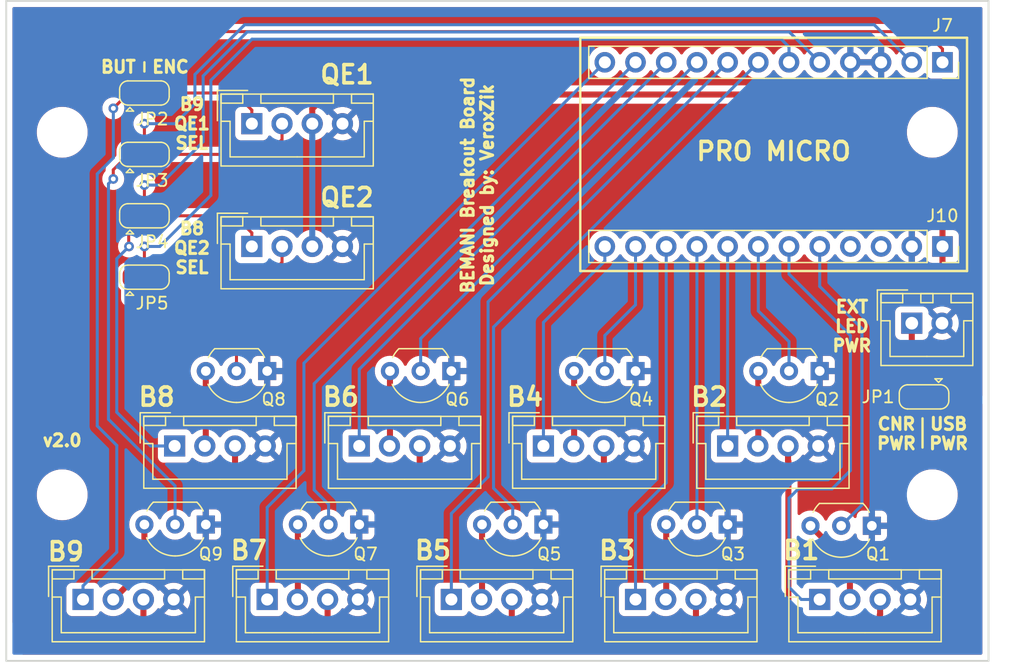
<source format=kicad_pcb>
(kicad_pcb (version 20211014) (generator pcbnew)
  (layers (0 "F.Cu" signal) (31 "B.Cu" signal) (34 "B.Paste" user) (35 "F.Paste" user) (36 "B.SilkS" user "B.Silkscreen") (37 "F.SilkS" user "F.Silkscreen") (38 "B.Mask" user) (39 "F.Mask" user) (44 "Edge.Cuts" user))
  (net 0 "")
  (net 1 "GND")
  (net 2 "/B7LED")
  (net 3 "/B6LED")
  (net 4 "/B5LED")
  (net 5 "/B4LED")
  (net 6 "/B3LED")
  (net 7 "/B2LED")
  (net 8 "/B1LED")
  (net 9 "/B9LED")
  (net 10 "/B8LED")
  (net 11 "/QE1B")
  (net 12 "/PIN0")
  (net 13 "/PIN1")
  (net 14 "/QE1A")
  (net 15 "/B8")
  (net 16 "VBUS")
  (net 17 "+12V")
  (net 18 "/LED+")
  (net 19 "/B4")
  (net 20 "+5V")
  (net 21 "/B9")
  (net 22 "/B7")
  (net 23 "/B6")
  (net 24 "/B3")
  (net 25 "/B2")
  (net 26 "/B1")
  (net 27 "/QE2A")
  (net 28 "/QE2B")
  (net 29 "/B5")
  (net 31 "/PIN3")
  (net 32 "/PIN2")
  (net 33 "Net-(J11-Pad2)")
  (net 34 "Net-(J9-Pad2)")
  (net 35 "Net-(J8-Pad2)")
  (net 36 "Net-(J6-Pad2)")
  (net 37 "Net-(J5-Pad2)")
  (net 38 "Net-(J4-Pad2)")
  (net 39 "Net-(J3-Pad2)")
  (net 40 "Net-(J14-Pad2)")
  (net 41 "Net-(J12-Pad2)")
  (footprint "Jumper:SolderJumper-3_P1.3mm_Open_RoundedPad1.0x1.5mm" (layer "F.Cu") (at 114.3 100.33)
    (fp_text reference "JP3" (at 0.635 2.159) (layer "F.SilkS"))
    (fp_text value "SolderJumper_3_Open")
    (pad "1" smd custom locked (at -1.3 0) (size 1 0.5) (layers "F.Cu" "F.Mask") (net 9 "/B9LED") (options (clearance outline) (anchor rect)) (primitives (gr_circle (center 0 0.25) (end 0.5 0.25) (width 0) (fill yes)) (gr_circle (center 0 -0.25) (end 0.5 -0.25) (width 0) (fill yes)) (gr_poly (pts (xy 0.55 -0.75) (xy 0 -0.75) (xy 0 0.75) (xy 0.55 0.75)) (width 0) (fill yes))))
    (pad "2" smd rect locked (at 0 0) (size 1 1.5) (layers "F.Cu" "F.Mask") (net 12 "/PIN0"))
    (pad "3" smd custom locked (at 1.3 0) (size 1 0.5) (layers "F.Cu" "F.Mask") (net 11 "/QE1B") (options (clearance outline) (anchor rect)) (primitives (gr_circle (center 0 0.25) (end 0.5 0.25) (width 0) (fill yes)) (gr_circle (center 0 -0.25) (end 0.5 -0.25) (width 0) (fill yes)) (gr_poly (pts (xy -0.55 -0.75) (xy 0 -0.75) (xy 0 0.75) (xy -0.55 0.75)) (width 0) (fill yes))))
  )
  (footprint "Jumper:SolderJumper-3_P1.3mm_Open_RoundedPad1.0x1.5mm" (layer "F.Cu") (at 114.3 105.41)
    (fp_text reference "JP4" (at 0.635 2.159) (layer "F.SilkS"))
    (fp_text value "SolderJumper_3_Open")
    (pad "1" smd custom locked (at -1.3 0) (size 1 0.5) (layers "F.Cu" "F.Mask") (net 15 "/B8") (options (clearance outline) (anchor rect)) (primitives (gr_circle (center 0 0.25) (end 0.5 0.25) (width 0) (fill yes)) (gr_circle (center 0 -0.25) (end 0.5 -0.25) (width 0) (fill yes)) (gr_poly (pts (xy 0.55 -0.75) (xy 0 -0.75) (xy 0 0.75) (xy 0.55 0.75)) (width 0) (fill yes))))
    (pad "2" smd rect locked (at 0 0) (size 1 1.5) (layers "F.Cu" "F.Mask") (net 32 "/PIN2"))
    (pad "3" smd custom locked (at 1.3 0) (size 1 0.5) (layers "F.Cu" "F.Mask") (net 27 "/QE2A") (options (clearance outline) (anchor rect)) (primitives (gr_circle (center 0 0.25) (end 0.5 0.25) (width 0) (fill yes)) (gr_circle (center 0 -0.25) (end 0.5 -0.25) (width 0) (fill yes)) (gr_poly (pts (xy -0.55 -0.75) (xy 0 -0.75) (xy 0 0.75) (xy -0.55 0.75)) (width 0) (fill yes))))
  )
  (footprint "Jumper:SolderJumper-3_P1.3mm_Open_RoundedPad1.0x1.5mm" (layer "F.Cu") (at 114.3 95.25)
    (fp_text reference "JP2" (at 0.635 2.159) (layer "F.SilkS"))
    (fp_text value "SolderJumper_3_Open")
    (pad "1" smd custom locked (at -1.3 0) (size 1 0.5) (layers "F.Cu" "F.Mask") (net 21 "/B9") (options (clearance outline) (anchor rect)) (primitives (gr_circle (center 0 0.25) (end 0.5 0.25) (width 0) (fill yes)) (gr_circle (center 0 -0.25) (end 0.5 -0.25) (width 0) (fill yes)) (gr_poly (pts (xy 0.55 -0.75) (xy 0 -0.75) (xy 0 0.75) (xy 0.55 0.75)) (width 0) (fill yes))))
    (pad "2" smd rect locked (at 0 0) (size 1 1.5) (layers "F.Cu" "F.Mask") (net 13 "/PIN1"))
    (pad "3" smd custom locked (at 1.3 0) (size 1 0.5) (layers "F.Cu" "F.Mask") (net 14 "/QE1A") (options (clearance outline) (anchor rect)) (primitives (gr_circle (center 0 0.25) (end 0.5 0.25) (width 0) (fill yes)) (gr_circle (center 0 -0.25) (end 0.5 -0.25) (width 0) (fill yes)) (gr_poly (pts (xy -0.55 -0.75) (xy 0 -0.75) (xy 0 0.75) (xy -0.55 0.75)) (width 0) (fill yes))))
  )
  (footprint "Jumper:SolderJumper-3_P1.3mm_Open_RoundedPad1.0x1.5mm" (layer "F.Cu") (at 114.3 110.49)
    (fp_text reference "JP5" (at 0.635 2.159) (layer "F.SilkS"))
    (fp_text value "SolderJumper_3_Open")
    (pad "1" smd custom locked (at -1.3 0) (size 1 0.5) (layers "F.Cu" "F.Mask") (net 10 "/B8LED") (options (clearance outline) (anchor rect)) (primitives (gr_circle (center 0 0.25) (end 0.5 0.25) (width 0) (fill yes)) (gr_circle (center 0 -0.25) (end 0.5 -0.25) (width 0) (fill yes)) (gr_poly (pts (xy 0.55 -0.75) (xy 0 -0.75) (xy 0 0.75) (xy 0.55 0.75)) (width 0) (fill yes))))
    (pad "2" smd rect locked (at 0 0) (size 1 1.5) (layers "F.Cu" "F.Mask") (net 31 "/PIN3"))
    (pad "3" smd custom locked (at 1.3 0) (size 1 0.5) (layers "F.Cu" "F.Mask") (net 28 "/QE2B") (options (clearance outline) (anchor rect)) (primitives (gr_circle (center 0 0.25) (end 0.5 0.25) (width 0) (fill yes)) (gr_circle (center 0 -0.25) (end 0.5 -0.25) (width 0) (fill yes)) (gr_poly (pts (xy -0.55 -0.75) (xy 0 -0.75) (xy 0 0.75) (xy -0.55 0.75)) (width 0) (fill yes))))
  )
  (footprint "Connectors_JST:JST_XH_B04B-XH-A_04x2.50mm_Straight" (layer "F.Cu") (at 147.32 124.46)
    (fp_text reference "J6" hide)
    (fp_text value "Conn_01x04")
    (pad "1" thru_hole rect locked (at 0 0) (size 1.75 1.75) (drill 1) (layers *.Cu *.Mask) (net 19 "/B4"))
    (pad "2" thru_hole circle locked (at 2.5 0) (size 1.75 1.75) (drill 1) (layers *.Cu *.Mask) (net 36 "Net-(J6-Pad2)"))
    (pad "3" thru_hole circle locked (at 5 0) (size 1.75 1.75) (drill 1) (layers *.Cu *.Mask) (net 18 "/LED+"))
    (pad "4" thru_hole circle locked (at 7.5 0) (size 1.75 1.75) (drill 1) (layers *.Cu *.Mask) (net 1 "GND"))
  )
  (footprint "Connectors_JST:JST_XH_B04B-XH-A_04x2.50mm_Straight" (layer "F.Cu") (at 123.19 97.79)
    (fp_text reference "J1" hide)
    (fp_text value "Conn_01x04")
    (pad "1" thru_hole rect locked (at 0 0) (size 1.75 1.75) (drill 1) (layers *.Cu *.Mask) (net 14 "/QE1A"))
    (pad "2" thru_hole circle locked (at 2.5 0) (size 1.75 1.75) (drill 1) (layers *.Cu *.Mask) (net 11 "/QE1B"))
    (pad "3" thru_hole circle locked (at 5 0) (size 1.75 1.75) (drill 1) (layers *.Cu *.Mask) (net 16 "VBUS"))
    (pad "4" thru_hole circle locked (at 7.5 0) (size 1.75 1.75) (drill 1) (layers *.Cu *.Mask) (net 1 "GND"))
  )
  (footprint "Connectors_JST:JST_XH_B04B-XH-A_04x2.50mm_Straight" (layer "F.Cu") (at 109.22 137.16)
    (fp_text reference "J14" hide)
    (fp_text value "Conn_01x04")
    (pad "1" thru_hole rect locked (at 0 0) (size 1.75 1.75) (drill 1) (layers *.Cu *.Mask) (net 21 "/B9"))
    (pad "2" thru_hole circle locked (at 2.5 0) (size 1.75 1.75) (drill 1) (layers *.Cu *.Mask) (net 40 "Net-(J14-Pad2)"))
    (pad "3" thru_hole circle locked (at 5 0) (size 1.75 1.75) (drill 1) (layers *.Cu *.Mask) (net 18 "/LED+"))
    (pad "4" thru_hole circle locked (at 7.5 0) (size 1.75 1.75) (drill 1) (layers *.Cu *.Mask) (net 1 "GND"))
  )
  (footprint "Connectors_JST:JST_XH_B04B-XH-A_04x2.50mm_Straight" (layer "F.Cu") (at 116.8 124.46)
    (fp_text reference "J12" hide)
    (fp_text value "Conn_01x04")
    (pad "1" thru_hole rect locked (at 0 0) (size 1.75 1.75) (drill 1) (layers *.Cu *.Mask) (net 15 "/B8"))
    (pad "2" thru_hole circle locked (at 2.5 0) (size 1.75 1.75) (drill 1) (layers *.Cu *.Mask) (net 41 "Net-(J12-Pad2)"))
    (pad "3" thru_hole circle locked (at 5 0) (size 1.75 1.75) (drill 1) (layers *.Cu *.Mask) (net 18 "/LED+"))
    (pad "4" thru_hole circle locked (at 7.5 0) (size 1.75 1.75) (drill 1) (layers *.Cu *.Mask) (net 1 "GND"))
  )
  (footprint "Connectors_JST:JST_XH_B04B-XH-A_04x2.50mm_Straight" (layer "F.Cu") (at 124.46 137.16)
    (fp_text reference "J11" hide)
    (fp_text value "Conn_01x04")
    (pad "1" thru_hole rect locked (at 0 0) (size 1.75 1.75) (drill 1) (layers *.Cu *.Mask) (net 22 "/B7"))
    (pad "2" thru_hole circle locked (at 2.5 0) (size 1.75 1.75) (drill 1) (layers *.Cu *.Mask) (net 33 "Net-(J11-Pad2)"))
    (pad "3" thru_hole circle locked (at 5 0) (size 1.75 1.75) (drill 1) (layers *.Cu *.Mask) (net 18 "/LED+"))
    (pad "4" thru_hole circle locked (at 7.5 0) (size 1.75 1.75) (drill 1) (layers *.Cu *.Mask) (net 1 "GND"))
  )
  (footprint "Connectors_JST:JST_XH_B04B-XH-A_04x2.50mm_Straight" (layer "F.Cu") (at 132.08 124.46)
    (fp_text reference "J9" hide)
    (fp_text value "Conn_01x04")
    (pad "1" thru_hole rect locked (at 0 0) (size 1.75 1.75) (drill 1) (layers *.Cu *.Mask) (net 23 "/B6"))
    (pad "2" thru_hole circle locked (at 2.5 0) (size 1.75 1.75) (drill 1) (layers *.Cu *.Mask) (net 34 "Net-(J9-Pad2)"))
    (pad "3" thru_hole circle locked (at 5 0) (size 1.75 1.75) (drill 1) (layers *.Cu *.Mask) (net 18 "/LED+"))
    (pad "4" thru_hole circle locked (at 7.5 0) (size 1.75 1.75) (drill 1) (layers *.Cu *.Mask) (net 1 "GND"))
  )
  (footprint "Connectors_JST:JST_XH_B04B-XH-A_04x2.50mm_Straight" (layer "F.Cu") (at 154.94 137.16)
    (fp_text reference "J5" hide)
    (fp_text value "Conn_01x04")
    (pad "1" thru_hole rect locked (at 0 0) (size 1.75 1.75) (drill 1) (layers *.Cu *.Mask) (net 24 "/B3"))
    (pad "2" thru_hole circle locked (at 2.5 0) (size 1.75 1.75) (drill 1) (layers *.Cu *.Mask) (net 37 "Net-(J5-Pad2)"))
    (pad "3" thru_hole circle locked (at 5 0) (size 1.75 1.75) (drill 1) (layers *.Cu *.Mask) (net 18 "/LED+"))
    (pad "4" thru_hole circle locked (at 7.5 0) (size 1.75 1.75) (drill 1) (layers *.Cu *.Mask) (net 1 "GND"))
  )
  (footprint "Connectors_JST:JST_XH_B04B-XH-A_04x2.50mm_Straight" (layer "F.Cu") (at 162.56 124.46)
    (fp_text reference "J4" hide)
    (fp_text value "Conn_01x04")
    (pad "1" thru_hole rect locked (at 0 0) (size 1.75 1.75) (drill 1) (layers *.Cu *.Mask) (net 25 "/B2"))
    (pad "2" thru_hole circle locked (at 2.5 0) (size 1.75 1.75) (drill 1) (layers *.Cu *.Mask) (net 38 "Net-(J4-Pad2)"))
    (pad "3" thru_hole circle locked (at 5 0) (size 1.75 1.75) (drill 1) (layers *.Cu *.Mask) (net 18 "/LED+"))
    (pad "4" thru_hole circle locked (at 7.5 0) (size 1.75 1.75) (drill 1) (layers *.Cu *.Mask) (net 1 "GND"))
  )
  (footprint "Connectors_JST:JST_XH_B04B-XH-A_04x2.50mm_Straight" (layer "F.Cu") (at 170.18 137.16)
    (fp_text reference "J3" hide)
    (fp_text value "Conn_01x04")
    (pad "1" thru_hole rect locked (at 0 0) (size 1.75 1.75) (drill 1) (layers *.Cu *.Mask) (net 26 "/B1"))
    (pad "2" thru_hole circle locked (at 2.5 0) (size 1.75 1.75) (drill 1) (layers *.Cu *.Mask) (net 39 "Net-(J3-Pad2)"))
    (pad "3" thru_hole circle locked (at 5 0) (size 1.75 1.75) (drill 1) (layers *.Cu *.Mask) (net 18 "/LED+"))
    (pad "4" thru_hole circle locked (at 7.5 0) (size 1.75 1.75) (drill 1) (layers *.Cu *.Mask) (net 1 "GND"))
  )
  (footprint "Connectors_JST:JST_XH_B04B-XH-A_04x2.50mm_Straight" (layer "F.Cu") (at 123.19 107.95)
    (fp_text reference "J2" hide)
    (fp_text value "Conn_01x04")
    (pad "1" thru_hole rect locked (at 0 0) (size 1.75 1.75) (drill 1) (layers *.Cu *.Mask) (net 27 "/QE2A"))
    (pad "2" thru_hole circle locked (at 2.5 0) (size 1.75 1.75) (drill 1) (layers *.Cu *.Mask) (net 28 "/QE2B"))
    (pad "3" thru_hole circle locked (at 5 0) (size 1.75 1.75) (drill 1) (layers *.Cu *.Mask) (net 16 "VBUS"))
    (pad "4" thru_hole circle locked (at 7.5 0) (size 1.75 1.75) (drill 1) (layers *.Cu *.Mask) (net 1 "GND"))
  )
  (footprint "Connectors_JST:JST_XH_B04B-XH-A_04x2.50mm_Straight" (layer "F.Cu") (at 139.7 137.16)
    (fp_text reference "J8" hide)
    (fp_text value "Conn_01x04")
    (pad "1" thru_hole rect locked (at 0 0) (size 1.75 1.75) (drill 1) (layers *.Cu *.Mask) (net 29 "/B5"))
    (pad "2" thru_hole circle locked (at 2.5 0) (size 1.75 1.75) (drill 1) (layers *.Cu *.Mask) (net 35 "Net-(J8-Pad2)"))
    (pad "3" thru_hole circle locked (at 5 0) (size 1.75 1.75) (drill 1) (layers *.Cu *.Mask) (net 18 "/LED+"))
    (pad "4" thru_hole circle locked (at 7.5 0) (size 1.75 1.75) (drill 1) (layers *.Cu *.Mask) (net 1 "GND"))
  )
  (footprint "Connector_PinSocket_2.54mm:PinSocket_1x12_P2.54mm_Vertical" (layer "F.Cu") (at 180.34 92.71 -90)
    (fp_text reference "J7" (at -3.048 0) (layer "F.SilkS"))
    (fp_text value "Conn_01x12")
    (pad "1" thru_hole rect locked (at 0 0 270) (size 1.7 1.7) (drill 1) (layers *.Cu *.Mask) (net 13 "/PIN1"))
    (pad "2" thru_hole oval locked (at 0 2.54 270) (size 1.7 1.7) (drill 1) (layers *.Cu *.Mask) (net 12 "/PIN0"))
    (pad "3" thru_hole oval locked (at 0 5.08 270) (size 1.7 1.7) (drill 1) (layers *.Cu *.Mask) (net 1 "GND"))
    (pad "4" thru_hole oval locked (at 0 7.62 270) (size 1.7 1.7) (drill 1) (layers *.Cu *.Mask) (net 1 "GND"))
    (pad "5" thru_hole oval locked (at 0 10.16 270) (size 1.7 1.7) (drill 1) (layers *.Cu *.Mask) (net 32 "/PIN2"))
    (pad "6" thru_hole oval locked (at 0 12.7 270) (size 1.7 1.7) (drill 1) (layers *.Cu *.Mask) (net 31 "/PIN3"))
    (pad "7" thru_hole oval locked (at 0 15.24 270) (size 1.7 1.7) (drill 1) (layers *.Cu *.Mask) (net 4 "/B5LED"))
    (pad "8" thru_hole oval locked (at 0 17.78 270) (size 1.7 1.7) (drill 1) (layers *.Cu *.Mask) (net 29 "/B5"))
    (pad "9" thru_hole oval locked (at 0 20.32 270) (size 1.7 1.7) (drill 1) (layers *.Cu *.Mask) (net 3 "/B6LED"))
    (pad "10" thru_hole oval locked (at 0 22.86 270) (size 1.7 1.7) (drill 1) (layers *.Cu *.Mask) (net 23 "/B6"))
    (pad "11" thru_hole oval locked (at 0 25.4 270) (size 1.7 1.7) (drill 1) (layers *.Cu *.Mask) (net 2 "/B7LED"))
    (pad "12" thru_hole oval locked (at 0 27.94 270) (size 1.7 1.7) (drill 1) (layers *.Cu *.Mask) (net 22 "/B7"))
  )
  (footprint "Connector_PinSocket_2.54mm:PinSocket_1x12_P2.54mm_Vertical" (layer "F.Cu") (at 180.34 107.95 -90)
    (fp_text reference "J10" (at -2.54 0) (layer "F.SilkS"))
    (fp_text value "Conn_01x12")
    (pad "1" thru_hole rect locked (at 0 0 270) (size 1.7 1.7) (drill 1) (layers *.Cu *.Mask) (net 16 "VBUS"))
    (pad "2" thru_hole oval locked (at 0 2.54 270) (size 1.7 1.7) (drill 1) (layers *.Cu *.Mask) (net 1 "GND"))
    (pad "3" thru_hole oval locked (at 0 5.08 270) (size 1.7 1.7) (drill 1) (layers *.Cu *.Mask))
    (pad "4" thru_hole oval locked (at 0 7.62 270) (size 1.7 1.7) (drill 1) (layers *.Cu *.Mask) (net 20 "+5V"))
    (pad "5" thru_hole oval locked (at 0 10.16 270) (size 1.7 1.7) (drill 1) (layers *.Cu *.Mask) (net 8 "/B1LED"))
    (pad "6" thru_hole oval locked (at 0 12.7 270) (size 1.7 1.7) (drill 1) (layers *.Cu *.Mask) (net 26 "/B1"))
    (pad "7" thru_hole oval locked (at 0 15.24 270) (size 1.7 1.7) (drill 1) (layers *.Cu *.Mask) (net 7 "/B2LED"))
    (pad "8" thru_hole oval locked (at 0 17.78 270) (size 1.7 1.7) (drill 1) (layers *.Cu *.Mask) (net 25 "/B2"))
    (pad "9" thru_hole oval locked (at 0 20.32 270) (size 1.7 1.7) (drill 1) (layers *.Cu *.Mask) (net 6 "/B3LED"))
    (pad "10" thru_hole oval locked (at 0 22.86 270) (size 1.7 1.7) (drill 1) (layers *.Cu *.Mask) (net 24 "/B3"))
    (pad "11" thru_hole oval locked (at 0 25.4 270) (size 1.7 1.7) (drill 1) (layers *.Cu *.Mask) (net 5 "/B4LED"))
    (pad "12" thru_hole oval locked (at 0 27.94 270) (size 1.7 1.7) (drill 1) (layers *.Cu *.Mask) (net 19 "/B4"))
  )
  (footprint "Connectors_JST:JST_XH_B02B-XH-A_02x2.50mm_Straight" (layer "F.Cu") (at 177.8 114.3)
    (fp_text reference "J13" hide)
    (fp_text value "Conn_01x02")
    (pad "1" thru_hole rect locked (at 0 0) (size 1.75 1.75) (drill 1.05) (layers *.Cu *.Mask) (net 17 "+12V"))
    (pad "2" thru_hole circle locked (at 2.5 0) (size 1.75 1.75) (drill 1.05) (layers *.Cu *.Mask) (net 1 "GND"))
  )
  (footprint "Jumper:SolderJumper-3_P1.3mm_Open_RoundedPad1.0x1.5mm" (layer "F.Cu") (at 178.816 120.396 180)
    (fp_text reference "JP1" (at 3.81 0 180) (layer "F.SilkS"))
    (fp_text value "SolderJumper_3_Open")
    (pad "1" smd custom locked (at -1.3 0 180) (size 1 0.5) (layers "F.Cu" "F.Mask") (net 16 "VBUS") (options (clearance outline) (anchor rect)) (primitives (gr_circle (center 0 0.25) (end 0.5 0.25) (width 0) (fill yes)) (gr_circle (center 0 -0.25) (end 0.5 -0.25) (width 0) (fill yes)) (gr_poly (pts (xy 0.55 -0.75) (xy 0 -0.75) (xy 0 0.75) (xy 0.55 0.75)) (width 0) (fill yes))))
    (pad "2" smd rect locked (at 0 0 180) (size 1 1.5) (layers "F.Cu" "F.Mask") (net 18 "/LED+"))
    (pad "3" smd custom locked (at 1.3 0 180) (size 1 0.5) (layers "F.Cu" "F.Mask") (net 17 "+12V") (options (clearance outline) (anchor rect)) (primitives (gr_circle (center 0 0.25) (end 0.5 0.25) (width 0) (fill yes)) (gr_circle (center 0 -0.25) (end 0.5 -0.25) (width 0) (fill yes)) (gr_poly (pts (xy -0.55 -0.75) (xy 0 -0.75) (xy 0 0.75) (xy -0.55 0.75)) (width 0) (fill yes))))
  )
  (footprint "Mounting_Holes:MountingHole_3.2mm_M3" (layer "F.Cu") (at 179.5 128.5)
    (fp_text reference "MH3" hide)
    (fp_text value "MountingHole")
    (pad "" np_thru_hole circle locked (at 0 0) (size 3.2 3.2) (drill 3.2) (layers *.Cu *.Mask))
  )
  (footprint "Mounting_Holes:MountingHole_3.2mm_M3" (layer "F.Cu") (at 107.5 128.5)
    (fp_text reference "MH1" hide)
    (fp_text value "MountingHole")
    (pad "" np_thru_hole circle locked (at 0 0) (size 3.2 3.2) (drill 3.2) (layers *.Cu *.Mask))
  )
  (footprint "Mounting_Holes:MountingHole_3.2mm_M3" (layer "F.Cu") (at 107.5 98.5)
    (fp_text reference "MH2" hide)
    (fp_text value "MountingHole")
    (pad "" np_thru_hole circle locked (at 0 0) (size 3.2 3.2) (drill 3.2) (layers *.Cu *.Mask))
  )
  (footprint "Mounting_Holes:MountingHole_3.2mm_M3" (layer "F.Cu") (at 179.5 98.5)
    (fp_text reference "MH4" hide)
    (fp_text value "MountingHole")
    (pad "" np_thru_hole circle locked (at 0 0) (size 3.2 3.2) (drill 3.2) (layers *.Cu *.Mask))
  )
  (footprint "Package_TO_SOT_THT:TO-92_Inline_Wide" (layer "F.Cu") (at 119.38 130.958 180)
    (fp_text reference "Q9" (at -0.42 -2.442) (layer "F.SilkS"))
    (fp_text value "2N7000")
    (pad "1" thru_hole rect (at 0 0 180) (size 1.5 1.5) (drill 0.8) (layers *.Cu *.Mask) (net 1 "GND"))
    (pad "2" thru_hole circle (at 2.54 0 180) (size 1.5 1.5) (drill 0.8) (layers *.Cu *.Mask) (net 9 "/B9LED"))
    (pad "3" thru_hole circle (at 5.08 0 180) (size 1.5 1.5) (drill 0.8) (layers *.Cu *.Mask) (net 40 "Net-(J14-Pad2)"))
  )
  (footprint "Package_TO_SOT_THT:TO-92_Inline_Wide" (layer "F.Cu") (at 170.18 118.258 180)
    (fp_text reference "Q2" (at -0.62 -2.342) (layer "F.SilkS"))
    (fp_text value "2N7000")
    (pad "1" thru_hole rect (at 0 0 180) (size 1.5 1.5) (drill 0.8) (layers *.Cu *.Mask) (net 1 "GND"))
    (pad "2" thru_hole circle (at 2.54 0 180) (size 1.5 1.5) (drill 0.8) (layers *.Cu *.Mask) (net 7 "/B2LED"))
    (pad "3" thru_hole circle (at 5.08 0 180) (size 1.5 1.5) (drill 0.8) (layers *.Cu *.Mask) (net 38 "Net-(J4-Pad2)"))
  )
  (footprint "Package_TO_SOT_THT:TO-92_Inline_Wide" (layer "F.Cu") (at 162.56 130.958 180)
    (fp_text reference "Q3" (at -0.44 -2.442) (layer "F.SilkS"))
    (fp_text value "2N7000")
    (pad "1" thru_hole rect (at 0 0 180) (size 1.5 1.5) (drill 0.8) (layers *.Cu *.Mask) (net 1 "GND"))
    (pad "2" thru_hole circle (at 2.54 0 180) (size 1.5 1.5) (drill 0.8) (layers *.Cu *.Mask) (net 6 "/B3LED"))
    (pad "3" thru_hole circle (at 5.08 0 180) (size 1.5 1.5) (drill 0.8) (layers *.Cu *.Mask) (net 37 "Net-(J5-Pad2)"))
  )
  (footprint "Package_TO_SOT_THT:TO-92_Inline_Wide" (layer "F.Cu") (at 124.46 118.258 180)
    (fp_text reference "Q8" (at -0.54 -2.342) (layer "F.SilkS"))
    (fp_text value "2N7000")
    (pad "1" thru_hole rect (at 0 0 180) (size 1.5 1.5) (drill 0.8) (layers *.Cu *.Mask) (net 1 "GND"))
    (pad "2" thru_hole circle (at 2.54 0 180) (size 1.5 1.5) (drill 0.8) (layers *.Cu *.Mask) (net 10 "/B8LED"))
    (pad "3" thru_hole circle (at 5.08 0 180) (size 1.5 1.5) (drill 0.8) (layers *.Cu *.Mask) (net 41 "Net-(J12-Pad2)"))
  )
  (footprint "Package_TO_SOT_THT:TO-92_Inline_Wide" (layer "F.Cu") (at 139.7 118.258 180)
    (fp_text reference "Q6" (at -0.5 -2.342) (layer "F.SilkS"))
    (fp_text value "2N7000")
    (pad "1" thru_hole rect (at 0 0 180) (size 1.5 1.5) (drill 0.8) (layers *.Cu *.Mask) (net 1 "GND"))
    (pad "2" thru_hole circle (at 2.54 0 180) (size 1.5 1.5) (drill 0.8) (layers *.Cu *.Mask) (net 3 "/B6LED"))
    (pad "3" thru_hole circle (at 5.08 0 180) (size 1.5 1.5) (drill 0.8) (layers *.Cu *.Mask) (net 34 "Net-(J9-Pad2)"))
  )
  (footprint "Package_TO_SOT_THT:TO-92_Inline_Wide" (layer "F.Cu") (at 174.498 131.064 180)
    (fp_text reference "Q1" (at -0.502 -2.336) (layer "F.SilkS"))
    (fp_text value "2N7000")
    (pad "1" thru_hole rect (at 0 0 180) (size 1.5 1.5) (drill 0.8) (layers *.Cu *.Mask) (net 1 "GND"))
    (pad "2" thru_hole circle (at 2.54 0 180) (size 1.5 1.5) (drill 0.8) (layers *.Cu *.Mask) (net 8 "/B1LED"))
    (pad "3" thru_hole circle (at 5.08 0 180) (size 1.5 1.5) (drill 0.8) (layers *.Cu *.Mask) (net 39 "Net-(J3-Pad2)"))
  )
  (footprint "Package_TO_SOT_THT:TO-92_Inline_Wide" (layer "F.Cu") (at 147.32 130.958 180)
    (fp_text reference "Q5" (at -0.48 -2.442) (layer "F.SilkS"))
    (fp_text value "2N7000")
    (pad "1" thru_hole rect (at 0 0 180) (size 1.5 1.5) (drill 0.8) (layers *.Cu *.Mask) (net 1 "GND"))
    (pad "2" thru_hole circle (at 2.54 0 180) (size 1.5 1.5) (drill 0.8) (layers *.Cu *.Mask) (net 4 "/B5LED"))
    (pad "3" thru_hole circle (at 5.08 0 180) (size 1.5 1.5) (drill 0.8) (layers *.Cu *.Mask) (net 35 "Net-(J8-Pad2)"))
  )
  (footprint "Package_TO_SOT_THT:TO-92_Inline_Wide" (layer "F.Cu") (at 132.08 130.958 180)
    (fp_text reference "Q7" (at -0.52 -2.442) (layer "F.SilkS"))
    (fp_text value "2N7000")
    (pad "1" thru_hole rect (at 0 0 180) (size 1.5 1.5) (drill 0.8) (layers *.Cu *.Mask) (net 1 "GND"))
    (pad "2" thru_hole circle (at 2.54 0 180) (size 1.5 1.5) (drill 0.8) (layers *.Cu *.Mask) (net 2 "/B7LED"))
    (pad "3" thru_hole circle (at 5.08 0 180) (size 1.5 1.5) (drill 0.8) (layers *.Cu *.Mask) (net 33 "Net-(J11-Pad2)"))
  )
  (footprint "Package_TO_SOT_THT:TO-92_Inline_Wide" (layer "F.Cu") (at 154.94 118.258 180)
    (fp_text reference "Q4" (at -0.46 -2.342) (layer "F.SilkS"))
    (fp_text value "2N7000")
    (pad "1" thru_hole rect (at 0 0 180) (size 1.5 1.5) (drill 0.8) (layers *.Cu *.Mask) (net 1 "GND"))
    (pad "2" thru_hole circle (at 2.54 0 180) (size 1.5 1.5) (drill 0.8) (layers *.Cu *.Mask) (net 5 "/B4LED"))
    (pad "3" thru_hole circle (at 5.08 0 180) (size 1.5 1.5) (drill 0.8) (layers *.Cu *.Mask) (net 36 "Net-(J6-Pad2)"))
  )
  (gr_line (start 114.3 92.71) (end 114.3 93.472) (layer "F.SilkS") (width 0.2))
  (gr_line (start 150.368 90.678) (end 182.372 90.678) (layer "F.SilkS") (width 0.2))
  (gr_line (start 182.372 109.982) (end 150.368 109.982) (layer "F.SilkS") (width 0.2))
  (gr_line (start 150.368 109.982) (end 150.368 90.678) (layer "F.SilkS") (width 0.2))
  (gr_line (start 178.689 122.174) (end 178.689 124.587) (layer "F.SilkS") (width 0.2))
  (gr_line (start 182.372 90.678) (end 182.372 109.982) (layer "F.SilkS") (width 0.2))
  (gr_line (start 102.87 142.24) (end 102.87 87.63) (layer "Edge.Cuts") (width 0.15))
  (gr_line (start 184.15 87.63) (end 184.15 142.24) (layer "Edge.Cuts") (width 0.15))
  (gr_line (start 184.15 142.24) (end 102.87 142.24) (layer "Edge.Cuts") (width 0.15))
  (gr_line (start 102.87 87.63) (end 184.15 87.63) (layer "Edge.Cuts") (width 0.15))
  (gr_text "ENC" (at 116.459 93.091) (layer "F.SilkS") (effects (font (size 1 1) (thickness 0.25))))
  (gr_text "BUT" (at 112.141 93.091) (layer "F.SilkS") (effects (font (size 1 1) (thickness 0.25))))
  (gr_text "B9\nQE1\nSEL" (at 118.237 97.79) (layer "F.SilkS") (effects (font (size 1 1) (thickness 0.25))))
  (gr_text "B8\nQE2\nSEL" (at 118.237 108.077) (layer "F.SilkS") (effects (font (size 1 1) (thickness 0.25))))
  (gr_text "EXT\nLED\nPWR" (at 172.847 114.554) (layer "F.SilkS") (effects (font (size 1 1) (thickness 0.25))))
  (gr_text "B5" (at 138.176 133.096) (layer "F.SilkS") (effects (font (size 1.5 1.5) (thickness 0.3))))
  (gr_text "B3" (at 153.416 133.096) (layer "F.SilkS") (effects (font (size 1.5 1.5) (thickness 0.3))))
  (gr_text "B1" (at 168.656 133.096) (layer "F.SilkS") (effects (font (size 1.5 1.5) (thickness 0.3))))
  (gr_text "QE1" (at 131.064 93.726) (layer "F.SilkS") (effects (font (size 1.5 1.5) (thickness 0.3))))
  (gr_text "B9" (at 107.8 133.2) (layer "F.SilkS") (effects (font (size 1.5 1.5) (thickness 0.3))))
  (gr_text "B2" (at 161.036 120.396) (layer "F.SilkS") (effects (font (size 1.5 1.5) (thickness 0.3))))
  (gr_text "PRO MICRO" (at 166.37 100.076) (layer "F.SilkS") (effects (font (size 1.5 1.5) (thickness 0.3))))
  (gr_text "BEMANI Breakout Board\nDesigned by: VeroxZik" (at 141.859 102.87 90) (layer "F.SilkS") (effects (font (size 1 1) (thickness 0.25))))
  (gr_text "B8" (at 115.316 120.396) (layer "F.SilkS") (effects (font (size 1.5 1.5) (thickness 0.3))))
  (gr_text "B6" (at 130.556 120.396) (layer "F.SilkS") (effects (font (size 1.5 1.5) (thickness 0.3))))
  (gr_text "B7" (at 122.936 133.096) (layer "F.SilkS") (effects (font (size 1.5 1.5) (thickness 0.3))))
  (gr_text "USB\nPWR" (at 180.848 123.444) (layer "F.SilkS") (effects (font (size 1 1) (thickness 0.25))))
  (gr_text "B4" (at 145.796 120.396) (layer "F.SilkS") (effects (font (size 1.5 1.5) (thickness 0.3))))
  (gr_text "CNR\nPWR" (at 176.53 123.444) (layer "F.SilkS") (effects (font (size 1 1) (thickness 0.25))))
  (gr_text "v2.0" (at 107.5 124) (layer "F.SilkS") (effects (font (size 1 1) (thickness 0.25))))
  (gr_text "QE2" (at 131.064 103.886) (layer "F.SilkS") (effects (font (size 1.5 1.5) (thickness 0.3))))
  (segment (start 129.54 130.958) (end 129.54 129.286) (width 0.25) (layer "B.Cu") (net 2))
  (segment (start 128.349999 119.300001) (end 154.090001 93.559999) (width 0.25) (layer "B.Cu") (net 2))
  (segment (start 154.090001 93.559999) (end 154.94 92.71) (width 0.25) (layer "B.Cu") (net 2))
  (segment (start 129.54 129.286) (end 128.349999 128.095999) (width 0.25) (layer "B.Cu") (net 2))
  (segment (start 128.349999 128.095999) (end 128.349999 119.300001) (width 0.25) (layer "B.Cu") (net 2))
  (segment (start 137.252 115.478) (end 160.02 92.71) (width 0.25) (layer "B.Cu") (net 3))
  (segment (start 137.16 115.57) (end 137.252 115.478) (width 0.25) (layer "B.Cu") (net 3))
  (segment (start 137.16 118.258) (end 137.16 115.57) (width 0.25) (layer "B.Cu") (net 3))
  (segment (start 143.19 127.95) (end 143.19 114.62) (width 0.25) (layer "B.Cu") (net 4))
  (segment (start 143.19 114.62) (end 165.1 92.71) (width 0.25) (layer "B.Cu") (net 4))
  (segment (start 144.78 129.54) (end 143.19 127.95) (width 0.25) (layer "B.Cu") (net 4))
  (segment (start 144.78 130.958) (end 144.78 129.54) (width 0.25) (layer "B.Cu") (net 4))
  (segment (start 152.4 118.258) (end 152.4 115.316) (width 0.25) (layer "B.Cu") (net 5))
  (segment (start 152.4 115.316) (end 154.94 112.776) (width 0.25) (layer "B.Cu") (net 5))
  (segment (start 154.94 107.95) (end 154.94 112.776) (width 0.25) (layer "B.Cu") (net 5))
  (segment (start 160.02 107.95) (end 160.02 130.958) (width 0.25) (layer "B.Cu") (net 6))
  (segment (start 167.64 115.824) (end 165.1 113.284) (width 0.25) (layer "B.Cu") (net 7))
  (segment (start 165.1 113.284) (end 165.1 107.95) (width 0.25) (layer "B.Cu") (net 7))
  (segment (start 167.64 118.258) (end 167.64 115.824) (width 0.25) (layer "B.Cu") (net 7))
  (segment (start 170.18 111.252) (end 170.18 107.95) (width 0.25) (layer "B.Cu") (net 8))
  (segment (start 173.67 129.286) (end 173.67 114.742) (width 0.25) (layer "B.Cu") (net 8))
  (segment (start 173.67 114.742) (end 170.18 111.252) (width 0.25) (layer "B.Cu") (net 8))
  (segment (start 173.67 129.352) (end 173.67 114.742) (width 0.25) (layer "B.Cu") (net 8))
  (segment (start 171.958 131.064) (end 173.67 129.352) (width 0.25) (layer "B.Cu") (net 8))
  (segment (start 111.72498 101.60502) (end 111.72498 102.362) (width 0.25) (layer "F.Cu") (net 9))
  (segment (start 113 100.33) (end 111.72498 101.60502) (width 0.25) (layer "F.Cu") (net 9))
  (via (at 111.72498 102.362) (size 0.8) (drill 0.4) (layers "F.Cu" "B.Cu") (net 9))
  (segment (start 116.84 130.958) (end 116.84 127.762) (width 0.25) (layer "B.Cu") (net 9))
  (segment (start 111.72498 102.362) (end 111.324981 102.761999) (width 0.25) (layer "B.Cu") (net 9))
  (segment (start 111.324981 122.246981) (end 115.25 126.172) (width 0.25) (layer "B.Cu") (net 9))
  (segment (start 111.324981 102.761999) (end 111.324981 122.246981) (width 0.25) (layer "B.Cu") (net 9))
  (segment (start 116.84 127.762) (end 115.25 126.172) (width 0.25) (layer "B.Cu") (net 9))
  (segment (start 121.158 113.284) (end 121.92 114.046) (width 0.25) (layer "F.Cu") (net 10))
  (segment (start 121.92 114.046) (end 121.92 118.258) (width 0.25) (layer "F.Cu") (net 10))
  (segment (start 113 112.238) (end 114.046 113.284) (width 0.25) (layer "F.Cu") (net 10))
  (segment (start 113 110.49) (end 113 112.238) (width 0.25) (layer "F.Cu") (net 10))
  (segment (start 114.046 113.284) (end 121.158 113.284) (width 0.25) (layer "F.Cu") (net 10))
  (segment (start 125.69 99.1) (end 125.69 97.79) (width 0.25) (layer "F.Cu") (net 11))
  (segment (start 115.6 100.33) (end 124.46 100.33) (width 0.25) (layer "F.Cu") (net 11))
  (segment (start 124.46 100.33) (end 125.69 99.1) (width 0.25) (layer "F.Cu") (net 11))
  (segment (start 114.3 100.33) (end 114.3 97.79) (width 0.25) (layer "F.Cu") (net 12))
  (via (at 114.3 97.79) (size 0.8) (drill 0.4) (layers "F.Cu" "B.Cu") (net 12))
  (segment (start 122.6 89.6) (end 174.69 89.6) (width 0.25) (layer "B.Cu") (net 12))
  (segment (start 118.47998 96.15002) (end 118.47998 93.72002) (width 0.25) (layer "B.Cu") (net 12))
  (segment (start 118.47998 93.72002) (end 122.6 89.6) (width 0.25) (layer "B.Cu") (net 12))
  (segment (start 174.69 89.6) (end 177.8 92.71) (width 0.25) (layer "B.Cu") (net 12))
  (segment (start 116.84 97.79) (end 118.47998 96.15002) (width 0.25) (layer "B.Cu") (net 12))
  (segment (start 114.3 97.79) (end 116.84 97.79) (width 0.25) (layer "B.Cu") (net 12))
  (segment (start 180.34 91.61) (end 180.34 92.71) (width 0.25) (layer "F.Cu") (net 13))
  (segment (start 114.3 94.25) (end 118.38 90.17) (width 0.25) (layer "F.Cu") (net 13))
  (segment (start 118.38 90.17) (end 178.9 90.17) (width 0.25) (layer "F.Cu") (net 13))
  (segment (start 114.3 95.25) (end 114.3 94.25) (width 0.25) (layer "F.Cu") (net 13))
  (segment (start 178.9 90.17) (end 180.34 91.61) (width 0.25) (layer "F.Cu") (net 13))
  (segment (start 115.6 95.25) (end 121.775 95.25) (width 0.25) (layer "F.Cu") (net 14))
  (segment (start 123.19 96.665) (end 123.19 97.79) (width 0.25) (layer "F.Cu") (net 14))
  (segment (start 121.775 95.25) (end 123.19 96.665) (width 0.25) (layer "F.Cu") (net 14))
  (segment (start 113 107.92) (end 113.03 107.95) (width 0.25) (layer "F.Cu") (net 15))
  (segment (start 113 105.41) (end 113 107.92) (width 0.25) (layer "F.Cu") (net 15))
  (via (at 113.03 107.95) (size 0.8) (drill 0.4) (layers "F.Cu" "B.Cu") (net 15))
  (segment (start 112.014 108.966) (end 112.014 121.666) (width 0.25) (layer "B.Cu") (net 15))
  (segment (start 114.808 124.46) (end 116.8 124.46) (width 0.25) (layer "B.Cu") (net 15))
  (segment (start 112.014 121.666) (end 114.808 124.46) (width 0.25) (layer "B.Cu") (net 15))
  (segment (start 113.03 107.95) (end 112.014 108.966) (width 0.25) (layer "B.Cu") (net 15))
  (segment (start 129.365564 95.377) (end 128.19 96.552564) (width 0.5) (layer "F.Cu") (net 16))
  (segment (start 180.34 109.3) (end 182.372 111.332) (width 0.5) (layer "F.Cu") (net 16))
  (segment (start 181.356 120.396) (end 180.116 120.396) (width 0.5) (layer "F.Cu") (net 16))
  (segment (start 180.34 107.95) (end 180.34 109.3) (width 0.5) (layer "F.Cu") (net 16))
  (segment (start 182.372 111.332) (end 182.372 119.38) (width 0.5) (layer "F.Cu") (net 16))
  (segment (start 128.19 96.552564) (end 128.19 97.79) (width 0.5) (layer "F.Cu") (net 16))
  (segment (start 180.34 106.14) (end 169.577 95.377) (width 0.5) (layer "F.Cu") (net 16))
  (segment (start 180.34 107.95) (end 180.34 106.14) (width 0.5) (layer "F.Cu") (net 16))
  (segment (start 169.577 95.377) (end 129.365564 95.377) (width 0.5) (layer "F.Cu") (net 16))
  (segment (start 182.372 119.38) (end 181.356 120.396) (width 0.5) (layer "F.Cu") (net 16))
  (segment (start 128.19 97.79) (end 128.19 99.027436) (width 0.5) (layer "B.Cu") (net 16))
  (segment (start 128.19 99.027436) (end 128.19 107.95) (width 0.5) (layer "B.Cu") (net 16))
  (segment (start 177.8 114.3) (end 177.8 115.824) (width 0.5) (layer "F.Cu") (net 17))
  (segment (start 177.516 116.108) (end 177.516 120.396) (width 0.5) (layer "F.Cu") (net 17))
  (segment (start 177.8 115.824) (end 177.516 116.108) (width 0.5) (layer "F.Cu") (net 17))
  (segment (start 167.56 124.46) (end 167.56 125.697436) (width 0.5) (layer "F.Cu") (net 18))
  (segment (start 167.56 125.697436) (end 167.5892 125.726636) (width 0.5) (layer "F.Cu") (net 18))
  (segment (start 175.18 138.397436) (end 175.1584 138.419036) (width 0.5) (layer "F.Cu") (net 18))
  (segment (start 175.1584 138.419036) (end 175.1584 141.3256) (width 0.5) (layer "F.Cu") (net 18))
  (segment (start 175.18 137.16) (end 175.18 138.397436) (width 0.5) (layer "F.Cu") (net 18))
  (segment (start 114.22 137.16) (end 114.22 140.78) (width 0.5) (layer "F.Cu") (net 18))
  (segment (start 167.5892 125.726636) (end 167.5892 141.2748) (width 0.5) (layer "F.Cu") (net 18))
  (segment (start 129.46 137.16) (end 129.46 140.54) (width 0.5) (layer "F.Cu") (net 18))
  (segment (start 121.8 124.46) (end 121.8 141.2) (width 0.5) (layer "F.Cu") (net 18))
  (segment (start 152.32 124.46) (end 152.32 140.82) (width 0.5) (layer "F.Cu") (net 18))
  (segment (start 159.94 137.16) (end 159.94 141.44) (width 0.5) (layer "F.Cu") (net 18))
  (segment (start 144.7 137.16) (end 144.7 141.3) (width 0.5) (layer "F.Cu") (net 18))
  (segment (start 137.08 124.46) (end 137.08 140.92) (width 0.5) (layer "F.Cu") (net 18))
  (segment (start 147.32 123.335) (end 147.32 124.46) (width 0.25) (layer "B.Cu") (net 19))
  (segment (start 152.4 107.95) (end 152.4 109.152081) (width 0.25) (layer "B.Cu") (net 19))
  (segment (start 152.4 109.152081) (end 147.32 114.232081) (width 0.25) (layer "B.Cu") (net 19))
  (segment (start 147.32 114.232081) (end 147.32 123.335) (width 0.25) (layer "B.Cu") (net 19))
  (segment (start 111.73 96.52) (end 113 95.25) (width 0.25) (layer "F.Cu") (net 21))
  (segment (start 111.73 96.52) (end 111.73 96.52) (width 0.25) (layer "F.Cu") (net 21))
  (via (at 111.73 96.52) (size 0.8) (drill 0.4) (layers "F.Cu" "B.Cu") (net 21))
  (segment (start 110.874971 101.469029) (end 111.73 100.614) (width 0.25) (layer "B.Cu") (net 21))
  (segment (start 110.4 101.944) (end 110.874971 101.469029) (width 0.25) (layer "B.Cu") (net 21))
  (segment (start 110.4 122.8) (end 110.4 101.944) (width 0.25) (layer "B.Cu") (net 21))
  (segment (start 112.014 133.241) (end 112.014 124.414) (width 0.25) (layer "B.Cu") (net 21))
  (segment (start 112.014 124.414) (end 110.4 122.8) (width 0.25) (layer "B.Cu") (net 21))
  (segment (start 109.22 137.16) (end 109.22 136.035) (width 0.25) (layer "B.Cu") (net 21))
  (segment (start 111.73 100.614) (end 111.73 96.52) (width 0.25) (layer "B.Cu") (net 21))
  (segment (start 109.22 136.035) (end 112.014 133.241) (width 0.25) (layer "B.Cu") (net 21))
  (segment (start 124.46 137.16) (end 124.46 129.54) (width 0.25) (layer "B.Cu") (net 22))
  (segment (start 151.550001 93.559999) (end 152.4 92.71) (width 0.25) (layer "B.Cu") (net 22))
  (segment (start 127.49999 126.50001) (end 127.49999 117.61001) (width 0.25) (layer "B.Cu") (net 22))
  (segment (start 124.46 129.54) (end 127.49999 126.50001) (width 0.25) (layer "B.Cu") (net 22))
  (segment (start 127.49999 117.61001) (end 151.550001 93.559999) (width 0.25) (layer "B.Cu") (net 22))
  (segment (start 132.08 118.11) (end 132.08 124.46) (width 0.25) (layer "B.Cu") (net 23))
  (segment (start 157.48 92.71) (end 132.08 118.11) (width 0.25) (layer "B.Cu") (net 23))
  (segment (start 154.94 130.048) (end 157.48 127.508) (width 0.25) (layer "B.Cu") (net 24))
  (segment (start 157.48 127.508) (end 157.48 107.95) (width 0.25) (layer "B.Cu") (net 24))
  (segment (start 154.94 137.16) (end 154.94 130.048) (width 0.25) (layer "B.Cu") (net 24))
  (segment (start 162.56 124.46) (end 162.56 107.95) (width 0.25) (layer "B.Cu") (net 25))
  (segment (start 171.196 128.016) (end 172.72 126.492) (width 0.25) (layer "B.Cu") (net 26))
  (segment (start 168.656 137.16) (end 167.64 136.144) (width 0.25) (layer "B.Cu") (net 26))
  (segment (start 172.72 126.492) (end 172.72 115.316) (width 0.25) (layer "B.Cu") (net 26))
  (segment (start 167.64 110.236) (end 167.64 107.95) (width 0.25) (layer "B.Cu") (net 26))
  (segment (start 167.64 136.144) (end 167.64 128.778) (width 0.25) (layer "B.Cu") (net 26))
  (segment (start 168.402 128.016) (end 171.196 128.016) (width 0.25) (layer "B.Cu") (net 26))
  (segment (start 167.64 128.778) (end 168.402 128.016) (width 0.25) (layer "B.Cu") (net 26))
  (segment (start 172.72 115.316) (end 167.64 110.236) (width 0.25) (layer "B.Cu") (net 26))
  (segment (start 170.18 137.16) (end 168.656 137.16) (width 0.25) (layer "B.Cu") (net 26))
  (segment (start 121.775 105.41) (end 123.19 106.825) (width 0.25) (layer "F.Cu") (net 27))
  (segment (start 115.6 105.41) (end 121.775 105.41) (width 0.25) (layer "F.Cu") (net 27))
  (segment (start 123.19 106.825) (end 123.19 107.95) (width 0.25) (layer "F.Cu") (net 27))
  (segment (start 125.69 109.26) (end 124.46 110.49) (width 0.25) (layer "F.Cu") (net 28))
  (segment (start 124.46 110.49) (end 115.6 110.49) (width 0.25) (layer "F.Cu") (net 28))
  (segment (start 125.69 107.95) (end 125.69 109.26) (width 0.25) (layer "F.Cu") (net 28))
  (segment (start 139.7 130.048) (end 139.7 137.16) (width 0.25) (layer "B.Cu") (net 29))
  (segment (start 142.73999 127.00801) (end 139.7 130.048) (width 0.25) (layer "B.Cu") (net 29))
  (segment (start 162.56 92.71) (end 142.73999 112.53001) (width 0.25) (layer "B.Cu") (net 29))
  (segment (start 142.73999 112.53001) (end 142.73999 127.00801) (width 0.25) (layer "B.Cu") (net 29))
  (segment (start 114.3 110.49) (end 114.3 107.95) (width 0.25) (layer "F.Cu") (net 31))
  (via (at 114.3 107.95) (size 0.8) (drill 0.4) (layers "F.Cu" "B.Cu") (net 31))
  (segment (start 123.2 90.8) (end 119.8 94.2) (width 0.25) (layer "B.Cu") (net 31))
  (segment (start 167 90.8) (end 123.2 90.8) (width 0.25) (layer "B.Cu") (net 31))
  (segment (start 119.16 104.36) (end 119.38 104.14) (width 0.25) (layer "B.Cu") (net 31))
  (segment (start 119.8 103.72) (end 119.16 104.36) (width 0.25) (layer "B.Cu") (net 31))
  (segment (start 119.8 94.2) (end 119.8 103.72) (width 0.25) (layer "B.Cu") (net 31))
  (segment (start 167.64 91.44) (end 167 90.8) (width 0.25) (layer "B.Cu") (net 31))
  (segment (start 167.64 92.71) (end 167.64 91.44) (width 0.25) (layer "B.Cu") (net 31))
  (segment (start 114.3 107.95) (end 115.57 107.95) (width 0.25) (layer "B.Cu") (net 31))
  (segment (start 115.57 107.95) (end 119.16 104.36) (width 0.25) (layer "B.Cu") (net 31))
  (segment (start 114.3 105.41) (end 114.3 102.87) (width 0.25) (layer "F.Cu") (net 32))
  (via (at 114.3 102.87) (size 0.8) (drill 0.4) (layers "F.Cu" "B.Cu") (net 32))
  (segment (start 115.57 102.87) (end 119.161795 99.278205) (width 0.25) (layer "B.Cu") (net 32))
  (segment (start 119.161795 93.838205) (end 122.8 90.2) (width 0.25) (layer "B.Cu") (net 32))
  (segment (start 167.67 90.2) (end 167.735 90.265) (width 0.25) (layer "B.Cu") (net 32))
  (segment (start 122.8 90.2) (end 167.67 90.2) (width 0.25) (layer "B.Cu") (net 32))
  (segment (start 119.161795 99.278205) (end 119.161795 93.838205) (width 0.25) (layer "B.Cu") (net 32))
  (segment (start 167.735 90.265) (end 170.18 92.71) (width 0.25) (layer "B.Cu") (net 32))
  (segment (start 114.3 102.87) (end 115.57 102.87) (width 0.25) (layer "B.Cu") (net 32))
  (segment (start 127 130.958) (end 127 137.12) (width 0.5) (layer "F.Cu") (net 33))
  (segment (start 127 137.12) (end 126.96 137.16) (width 0.5) (layer "F.Cu") (net 33))
  (segment (start 134.62 124.42) (end 134.58 124.46) (width 0.5) (layer "F.Cu") (net 34))
  (segment (start 134.62 118.258) (end 134.62 124.42) (width 0.5) (layer "F.Cu") (net 34))
  (segment (start 142.24 130.958) (end 142.24 137.12) (width 0.5) (layer "F.Cu") (net 35))
  (segment (start 142.24 137.12) (end 142.2 137.16) (width 0.5) (layer "F.Cu") (net 35))
  (segment (start 149.86 124.42) (end 149.82 124.46) (width 0.5) (layer "F.Cu") (net 36))
  (segment (start 149.86 118.258) (end 149.86 124.42) (width 0.5) (layer "F.Cu") (net 36))
  (segment (start 157.44 137.16) (end 157.48 137.12) (width 0.5) (layer "F.Cu") (net 37))
  (segment (start 157.48 137.12) (end 157.48 130.958) (width 0.5) (layer "F.Cu") (net 37))
  (segment (start 165.1 118.258) (end 165.1 124.42) (width 0.5) (layer "F.Cu") (net 38))
  (segment (start 165.1 124.42) (end 165.06 124.46) (width 0.5) (layer "F.Cu") (net 38))
  (segment (start 172.72 137.12) (end 172.68 137.16) (width 0.5) (layer "F.Cu") (net 39))
  (segment (start 169.418 131.064) (end 172.68 134.326) (width 0.5) (layer "F.Cu") (net 39))
  (segment (start 172.68 134.326) (end 172.68 137.16) (width 0.5) (layer "F.Cu") (net 39))
  (segment (start 114.3 130.958) (end 114.3 134.58) (width 0.5) (layer "F.Cu") (net 40))
  (segment (start 114.3 134.58) (end 111.72 137.16) (width 0.5) (layer "F.Cu") (net 40))
  (segment (start 111.76 137.12) (end 111.72 137.16) (width 0.5) (layer "F.Cu") (net 40))
  (segment (start 119.38 124.38) (end 119.3 124.46) (width 0.5) (layer "F.Cu") (net 41))
  (segment (start 119.38 118.258) (end 119.38 124.38) (width 0.5) (layer "F.Cu") (net 41))
  (zone (net 1) (net_name "GND") (layer "F.Cu") (connect_pads (clearance 0.508)) (min_thickness 0.254) (fill yes (thermal_gap 0.508) (thermal_bridge_width 0.508))
    (polygon (pts (xy 102.87 87.63) (xy 184.15 87.63) (xy 184.15 120.396) (xy 177.038 120.396) (xy 177.038 139.192) (xy 102.87 139.192)))
  )
  (zone (net 18) (net_name "/LED+") (layer "F.Cu") (connect_pads (clearance 0.508)) (min_thickness 0.254) (fill yes (thermal_gap 0.508) (thermal_bridge_width 0.508))
    (polygon (pts (xy 104.14 139.7) (xy 177.546 139.7) (xy 177.546 120.904) (xy 184.15 120.904) (xy 184.15 142.24) (xy 104.14 142.24)))
  )
  (zone (net 1) (net_name "GND") (layer "B.Cu") (connect_pads (clearance 0.508)) (min_thickness 0.254) (fill yes (thermal_gap 0.508) (thermal_bridge_width 0.508))
    (polygon (pts (xy 102.87 87.63) (xy 184.15 87.63) (xy 184.15 142.24) (xy 102.87 142.24)))
  )
)
</source>
